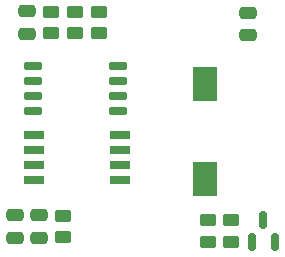
<source format=gbr>
%TF.GenerationSoftware,KiCad,Pcbnew,7.0.10*%
%TF.CreationDate,2026-02-12T12:37:37+08:00*%
%TF.ProjectId,NeepNeep-DAC-V2,4e656570-4e65-4657-902d-4441432d5632,V2*%
%TF.SameCoordinates,Original*%
%TF.FileFunction,Paste,Top*%
%TF.FilePolarity,Positive*%
%FSLAX46Y46*%
G04 Gerber Fmt 4.6, Leading zero omitted, Abs format (unit mm)*
G04 Created by KiCad (PCBNEW 7.0.10) date 2026-02-12 12:37:37*
%MOMM*%
%LPD*%
G01*
G04 APERTURE LIST*
G04 Aperture macros list*
%AMRoundRect*
0 Rectangle with rounded corners*
0 $1 Rounding radius*
0 $2 $3 $4 $5 $6 $7 $8 $9 X,Y pos of 4 corners*
0 Add a 4 corners polygon primitive as box body*
4,1,4,$2,$3,$4,$5,$6,$7,$8,$9,$2,$3,0*
0 Add four circle primitives for the rounded corners*
1,1,$1+$1,$2,$3*
1,1,$1+$1,$4,$5*
1,1,$1+$1,$6,$7*
1,1,$1+$1,$8,$9*
0 Add four rect primitives between the rounded corners*
20,1,$1+$1,$2,$3,$4,$5,0*
20,1,$1+$1,$4,$5,$6,$7,0*
20,1,$1+$1,$6,$7,$8,$9,0*
20,1,$1+$1,$8,$9,$2,$3,0*%
G04 Aperture macros list end*
%ADD10RoundRect,0.250000X-0.475000X0.250000X-0.475000X-0.250000X0.475000X-0.250000X0.475000X0.250000X0*%
%ADD11RoundRect,0.250000X-0.450000X0.262500X-0.450000X-0.262500X0.450000X-0.262500X0.450000X0.262500X0*%
%ADD12R,2.000000X3.000000*%
%ADD13RoundRect,0.150000X0.150000X-0.587500X0.150000X0.587500X-0.150000X0.587500X-0.150000X-0.587500X0*%
%ADD14RoundRect,0.150000X0.650000X0.150000X-0.650000X0.150000X-0.650000X-0.150000X0.650000X-0.150000X0*%
%ADD15R,1.700000X0.650000*%
G04 APERTURE END LIST*
D10*
%TO.C,C1*%
X-8814000Y-6619000D03*
X-8814000Y-8519000D03*
%TD*%
D11*
%TO.C,R4*%
X7400000Y-7037500D03*
X7400000Y-8862500D03*
%TD*%
D12*
%TO.C,BUZZER1*%
X5200000Y4500000D03*
X5200000Y-3500000D03*
%TD*%
D13*
%TO.C,Q1*%
X9200000Y-8887500D03*
X11100000Y-8887500D03*
X10150000Y-7012500D03*
%TD*%
D11*
%TO.C,R6*%
X-6782000Y-6656500D03*
X-6782000Y-8481500D03*
%TD*%
%TO.C,R3*%
X-3734000Y10615500D03*
X-3734000Y8790500D03*
%TD*%
D14*
%TO.C,U2*%
X-2166000Y2210000D03*
X-2166000Y3480000D03*
X-2166000Y4750000D03*
X-2166000Y6020000D03*
X-9366000Y6020000D03*
X-9366000Y4750000D03*
X-9366000Y3480000D03*
X-9366000Y2210000D03*
%TD*%
D11*
%TO.C,R2*%
X-7798000Y10615500D03*
X-7798000Y8790500D03*
%TD*%
D15*
%TO.C,U3*%
X-1989000Y-3632000D03*
X-1989000Y-2362000D03*
X-1989000Y-1092000D03*
X-1989000Y178000D03*
X-9289000Y178000D03*
X-9289000Y-1092000D03*
X-9289000Y-2362000D03*
X-9289000Y-3632000D03*
%TD*%
D10*
%TO.C,C3*%
X8839000Y8626000D03*
X8839000Y10526000D03*
%TD*%
D11*
%TO.C,R1*%
X-5766000Y8790500D03*
X-5766000Y10615500D03*
%TD*%
D10*
%TO.C,C4*%
X-9830000Y10653000D03*
X-9830000Y8753000D03*
%TD*%
%TO.C,C2*%
X-10846000Y-8519000D03*
X-10846000Y-6619000D03*
%TD*%
D11*
%TO.C,R7*%
X5450000Y-7037500D03*
X5450000Y-8862500D03*
%TD*%
M02*

</source>
